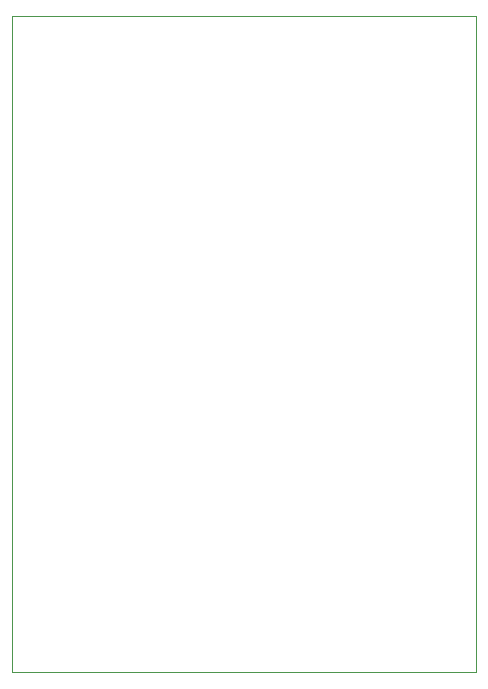
<source format=gm1>
G04 #@! TF.FileFunction,Profile,NP*
%FSLAX46Y46*%
G04 Gerber Fmt 4.6, Leading zero omitted, Abs format (unit mm)*
G04 Created by KiCad (PCBNEW 4.0.7) date 05/09/18 12:26:35*
%MOMM*%
%LPD*%
G01*
G04 APERTURE LIST*
%ADD10C,0.100000*%
G04 APERTURE END LIST*
D10*
X206250000Y-152200000D02*
X206250000Y-147650000D01*
X166950000Y-152200000D02*
X206250000Y-152200000D01*
X166950000Y-147800000D02*
X166950000Y-152200000D01*
X206250000Y-147850000D02*
X206250000Y-146950000D01*
X206250000Y-96700000D02*
X206250000Y-97150000D01*
X206250000Y-147800000D02*
X206250000Y-96700000D01*
X166950000Y-96700000D02*
X166950000Y-147800000D01*
X167000000Y-96700000D02*
X206200000Y-96700000D01*
M02*

</source>
